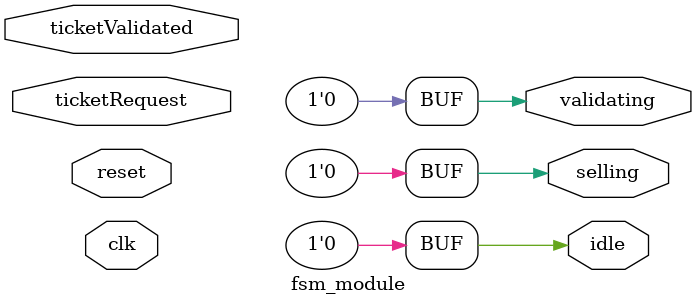
<source format=v>
module fsm_module ( 
  input clk,
  input reset,
  input [1:0] ticketRequest,
  input ticketValidated,
  output reg idle,
  output reg selling,
  output reg validating
);

  parameter IDLE = 2'b00;
  parameter SELLING = 2'b01;
  parameter VALIDATING = 2'b10;

  reg [1:0] current_state;
  reg [1:0] next_state;
  reg [1:0] ticketType;

  always @(posedge clk or posedge reset) begin
    if (reset) begin
      current_state <= IDLE;
      ticketType <= 0;
    end else begin
      current_state <= next_state;
    end
  end

  always @(current_state or ticketRequest or ticketValidated) begin
    case (current_state)
      IDLE:
        begin
          idle = 1;
          selling = 0;
          validating = 0;
          next_state = (ticketRequest != 0) ? SELLING : IDLE;
          ticketType <= ticketRequest;
        end
      SELLING:
        begin
          idle = 0;
          selling = 1;
          validating = 0;
          next_state = (ticketValidated) ? VALIDATING : SELLING;
        end
      VALIDATING:
        begin
          idle = 0;
          selling = 0;
          validating = 1;
          next_state = IDLE;
          ticketType <= 0;
        end
      default:
        begin
          idle = 1;
          selling = 0;
          validating = 0;
          next_state = IDLE;
          ticketType <= 0;
        end
    endcase
  end
  
  always begin
    if(1) begin
      idle = 0;
      selling = 0;
      validating = 0;
    end
  end
endmodule
</source>
